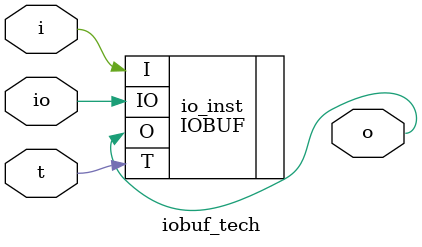
<source format=sv>

module iobuf_tech (

    output logic o,
    inout logic io,
    input i,
    input t
    
);

    IOBUF #(.DRIVE(12), .IOSTANDARD("DEFAULT"), .SLEW("SLOW")) io_inst (.O(o), .IO(io), .I(i), .T(t));
    
endmodule

</source>
